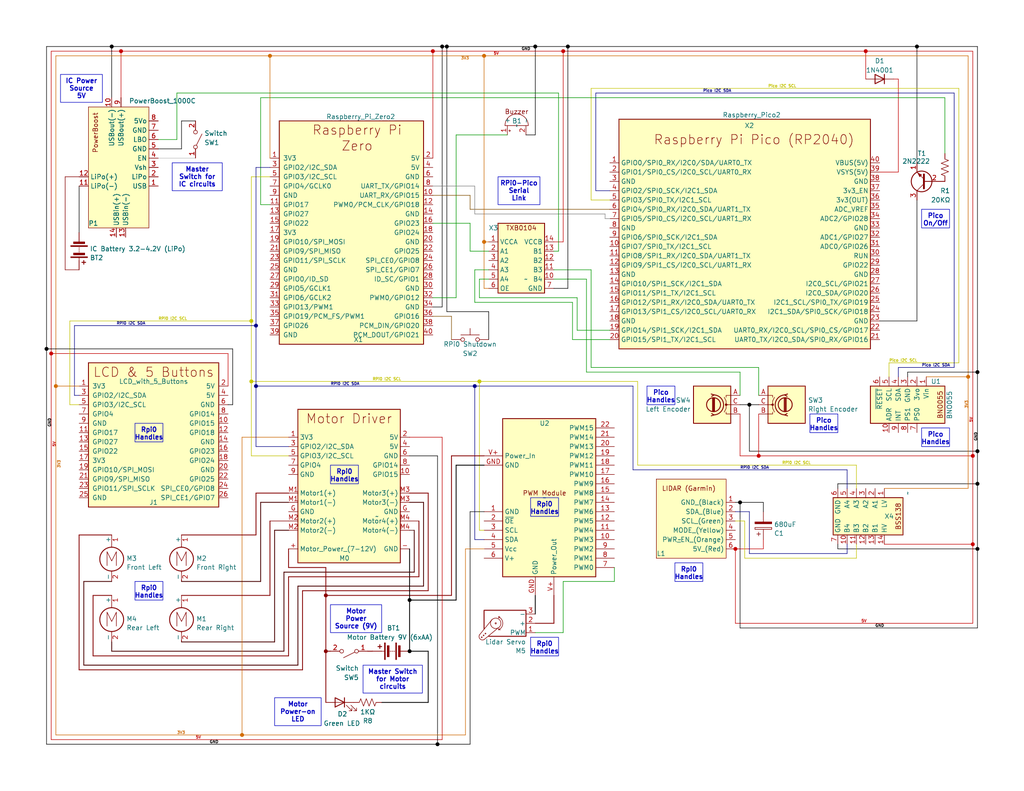
<source format=kicad_sch>
(kicad_sch (version 20230121) (generator eeschema)
  (paper "A")
  (title_block (title "CARRTv3 Schematic") (date "2024-12-26") (company "Igor Mikolic-Torreira"))
  (junction (at 15.24 105.41) (color 204 102 0 1))
  (junction (at 153.67 13.97) (color 194 0 0 1))
  (junction (at 111.76 177.8) (color 0 0 0 1))
  (junction (at 264.16 102.87) (color 204 102 0 1))
  (junction (at 250.19 12.7) (color 0 0 0 1))
  (junction (at 265.43 148.59) (color 194 0 0 1))
  (junction (at 88.9 162.56) (color 132 0 0 1))
  (junction (at 154.94 12.7) (color 0 0 0 1))
  (junction (at 119.38 203.2) (color 0 0 0 1))
  (junction (at 33.02 13.97) (color 194 0 0 1))
  (junction (at 132.08 66.04) (color 204 102 0 1))
  (junction (at 73.66 15.24) (color 204 102 0 1))
  (junction (at 12.7 95.25) (color 0 0 0 1))
  (junction (at 13.97 96.52) (color 194 0 0 1))
  (junction (at 120.65 12.7) (color 0 0 0 1))
  (junction (at 111.76 163.83) (color 0 0 0 1))
  (junction (at 236.22 13.97) (color 194 0 0 1))
  (junction (at 201.93 137.16) (color 0 0 0 1))
  (junction (at 121.92 12.7) (color 0 0 0 1))
  (junction (at 146.05 12.7) (color 0 0 0 1))
  (junction (at 266.7 101.6) (color 0 0 0 1))
  (junction (at 68.58 87.63) (color 194 194 0 1))
  (junction (at 265.43 124.46) (color 194 0 0 1))
  (junction (at 132.08 15.24) (color 204 102 0 1))
  (junction (at 200.66 149.86) (color 194 0 0 1))
  (junction (at 118.11 13.97) (color 194 0 0 1))
  (junction (at 69.85 88.9) (color 0 0 132 1))
  (junction (at 266.7 132.08) (color 0 0 0 1))
  (junction (at 68.58 104.14) (color 194 194 0 1))
  (junction (at 266.7 149.86) (color 0 0 0 1))
  (junction (at 30.48 12.7) (color 0 0 0 1))
  (junction (at 266.7 123.19) (color 0 0 0 1))
  (junction (at 66.04 200.66) (color 204 102 0 1))
  (junction (at 207.01 124.46) (color 194 0 0 1))
  (junction (at 129.54 105.41) (color 0 0 132 1))
  (junction (at 204.47 110.49) (color 0 0 0 1))
  (junction (at 130.81 104.14) (color 194 194 0 1))
  (junction (at 88.9 177.8) (color 132 0 0 1))
  (junction (at 69.85 105.41) (color 0 0 132 1))
  (wire (pts (xy 90.17 177.8) (xy 88.9 177.8)) (stroke (width 0.2286) (color 132 0 0 1)))
  (wire (pts (xy 22.86 158.75) (xy 30.48 158.75)) (stroke (width 0.2286) (color 72 0 0 1)))
  (wire (pts (xy 129.54 58.42) (xy 129.54 50.8)) (stroke (width 0) (color 132 132 132 1)))
  (wire (pts (xy 228.6 133.35) (xy 228.6 132.08)) (stroke (width 0) (color 0 0 0 1)))
  (wire (pts (xy 68.58 104.14) (xy 130.81 104.14)) (stroke (width 0) (color 194 194 0 1)))
  (wire (pts (xy 157.48 90.17) (xy 166.37 90.17)))
  (wire (pts (xy 66.04 119.38) (xy 66.04 200.66)) (stroke (width 0) (color 204 102 0 1)))
  (wire (pts (xy 116.84 177.8) (xy 111.76 177.8)) (stroke (width 0.2286) (color 0 0 0 1)))
  (wire (pts (xy 247.65 101.6) (xy 266.7 101.6)) (stroke (width 0) (color 0 0 0 1)))
  (wire (pts (xy 33.02 26.67) (xy 33.02 13.97)) (stroke (width 0) (color 194 0 0 1)))
  (wire (pts (xy 200.66 139.7) (xy 204.47 139.7)) (stroke (width 0) (color 0 0 132 1)))
  (wire (pts (xy 128.27 68.58) (xy 128.27 60.96)))
  (wire (pts (xy 201.93 101.6) (xy 201.93 107.95)))
  (wire (pts (xy 245.11 46.99) (xy 245.11 21.59)) (stroke (width 0) (color 194 0 0 1)))
  (wire (pts (xy 151.13 78.74) (xy 154.94 78.74)) (stroke (width 0) (color 0 0 0 1)))
  (wire (pts (xy 151.13 68.58) (xy 152.4 68.58)))
  (wire (pts (xy 78.74 179.07) (xy 25.4 179.07)) (stroke (width 0.2286) (color 132 0 0 1)))
  (wire (pts (xy 207.01 124.46) (xy 201.93 124.46)) (stroke (width 0) (color 194 0 0 1)))
  (wire (pts (xy 116.84 134.62) (xy 116.84 161.29)) (stroke (width 0.2286) (color 132 0 0 1)))
  (wire (pts (xy 62.23 110.49) (xy 63.5 110.49)) (stroke (width 0) (color 0 0 0 1)))
  (wire (pts (xy 69.85 45.72) (xy 69.85 88.9)) (stroke (width 0) (color 0 0 132 1)))
  (wire (pts (xy 261.62 24.13) (xy 261.62 99.06)) (stroke (width 0) (color 194 194 0 1)))
  (wire (pts (xy 81.28 160.02) (xy 81.28 181.61)) (stroke (width 0.2286) (color 72 0 0 1)))
  (wire (pts (xy 73.66 15.24) (xy 132.08 15.24)) (stroke (width 0) (color 204 102 0 1)))
  (wire (pts (xy 173.99 127) (xy 233.68 127)) (stroke (width 0) (color 194 194 0 1)))
  (wire (pts (xy 132.08 15.24) (xy 132.08 66.04)) (stroke (width 0) (color 204 102 0 1)))
  (wire (pts (xy 133.35 78.74) (xy 132.08 78.74)) (stroke (width 0) (color 204 102 0 1)))
  (wire (pts (xy 167.64 158.75) (xy 167.64 154.94)))
  (wire (pts (xy 25.4 162.56) (xy 30.48 162.56)) (stroke (width 0.2286) (color 132 0 0 1)))
  (wire (pts (xy 111.76 163.83) (xy 111.76 177.8)) (stroke (width 0.2286) (color 0 0 0 1)))
  (wire (pts (xy 118.11 13.97) (xy 153.67 13.97)) (stroke (width 0) (color 194 0 0 1)))
  (wire (pts (xy 200.66 137.16) (xy 201.93 137.16)) (stroke (width 0) (color 0 0 0 1)))
  (wire (pts (xy 132.08 147.32) (xy 129.54 147.32)) (stroke (width 0) (color 0 0 132 1)))
  (wire (pts (xy 74.93 144.78) (xy 74.93 175.26)) (stroke (width 0.2286) (color 72 0 0 1)))
  (wire (pts (xy 265.43 124.46) (xy 265.43 13.97)) (stroke (width 0) (color 194 0 0 1)))
  (wire (pts (xy 111.76 142.24) (xy 114.3 142.24)) (stroke (width 0) (color 132 0 0 1)))
  (wire (pts (xy 231.14 133.35) (xy 231.14 128.27)) (stroke (width 0) (color 0 0 132 1)))
  (wire (pts (xy 88.9 162.56) (xy 88.9 177.8)) (stroke (width 0.2286) (color 132 0 0 1)))
  (wire (pts (xy 132.08 139.7) (xy 128.27 139.7)) (stroke (width 0) (color 0 0 0 1)))
  (wire (pts (xy 48.26 25.4) (xy 152.4 25.4)))
  (wire (pts (xy 203.2 142.24) (xy 203.2 152.4)) (stroke (width 0) (color 194 194 0 1)))
  (wire (pts (xy 129.54 82.55) (xy 156.21 82.55)))
  (wire (pts (xy 69.85 105.41) (xy 129.54 105.41)) (stroke (width 0) (color 0 0 132 1)))
  (wire (pts (xy 228.6 148.59) (xy 228.6 149.86)) (stroke (width 0) (color 0 0 0 1)))
  (wire (pts (xy 77.47 156.21) (xy 77.47 177.8)) (stroke (width 0.2286) (color 72 0 0 1)))
  (wire (pts (xy 208.28 139.7) (xy 208.28 137.16)) (stroke (width 0) (color 0 0 0 1)))
  (wire (pts (xy 127 149.86) (xy 127 200.66)) (stroke (width 0) (color 204 102 0 1)))
  (wire (pts (xy 123.19 86.36) (xy 123.19 92.71)) (stroke (width 0) (color 128 77 0 1)))
  (wire (pts (xy 33.02 13.97) (xy 118.11 13.97)) (stroke (width 0) (color 194 0 0 1)))
  (wire (pts (xy 43.18 43.18) (xy 53.34 43.18)) (stroke (width 0) (color 194 194 194 1)))
  (wire (pts (xy 133.35 66.04) (xy 132.08 66.04)) (stroke (width 0) (color 204 102 0 1)))
  (wire (pts (xy 71.12 137.16) (xy 71.12 158.75)) (stroke (width 0.2286) (color 72 0 0 1)))
  (wire (pts (xy 228.6 132.08) (xy 266.7 132.08)) (stroke (width 0) (color 0 0 0 1)))
  (wire (pts (xy 146.05 172.72) (xy 153.67 172.72)))
  (wire (pts (xy 15.24 105.41) (xy 15.24 200.66)) (stroke (width 0) (color 204 102 0 1)))
  (wire (pts (xy 172.72 128.27) (xy 172.72 105.41)) (stroke (width 0) (color 0 0 132 1)))
  (wire (pts (xy 151.13 73.66) (xy 161.29 73.66)))
  (wire (pts (xy 264.16 15.24) (xy 264.16 102.87)) (stroke (width 0) (color 204 102 0 1)))
  (wire (pts (xy 49.53 162.56) (xy 73.66 162.56)) (stroke (width 0.2286) (color 132 0 0 1)))
  (wire (pts (xy 124.46 36.83) (xy 138.43 36.83)))
  (wire (pts (xy 236.22 13.97) (xy 265.43 13.97)) (stroke (width 0) (color 194 0 0 1)))
  (wire (pts (xy 113.03 144.78) (xy 113.03 156.21)) (stroke (width 0.2286) (color 72 0 0 1)))
  (wire (pts (xy 15.24 105.41) (xy 15.24 15.24)) (stroke (width 0) (color 204 102 0 1)))
  (wire (pts (xy 146.05 170.18) (xy 151.13 170.18)) (stroke (width 0.2286) (color 132 0 0 1)))
  (wire (pts (xy 146.05 162.56) (xy 146.05 167.64)) (stroke (width 0.2286) (color 0 0 0 1)))
  (wire (pts (xy 124.46 163.83) (xy 111.76 163.83)) (stroke (width 0.2286) (color 0 0 0 1)))
  (wire (pts (xy 78.74 119.38) (xy 66.04 119.38)) (stroke (width 0) (color 204 102 0 1)))
  (wire (pts (xy 78.74 154.94) (xy 78.74 149.86)) (stroke (width 0.2286) (color 132 0 0 1)))
  (wire (pts (xy 265.43 124.46) (xy 265.43 148.59)) (stroke (width 0) (color 194 0 0 1)))
  (wire (pts (xy 250.19 12.7) (xy 250.19 44.45)) (stroke (width 0) (color 0 0 0 1)))
  (wire (pts (xy 78.74 144.78) (xy 74.93 144.78)) (stroke (width 0.2286) (color 72 0 0 1)))
  (wire (pts (xy 266.7 101.6) (xy 266.7 123.19)) (stroke (width 0) (color 0 0 0 1)))
  (wire (pts (xy 66.04 200.66) (xy 15.24 200.66)) (stroke (width 0) (color 204 102 0 1)))
  (wire (pts (xy 173.99 127) (xy 173.99 104.14)) (stroke (width 0) (color 194 194 0 1)))
  (wire (pts (xy 73.66 45.72) (xy 69.85 45.72)) (stroke (width 0) (color 0 0 132 1)))
  (wire (pts (xy 120.65 119.38) (xy 120.65 201.93)) (stroke (width 0) (color 194 0 0 1)))
  (wire (pts (xy 128.27 68.58) (xy 133.35 68.58)))
  (wire (pts (xy 266.7 149.86) (xy 266.7 171.45)) (stroke (width 0) (color 0 0 0 1)))
  (wire (pts (xy 71.12 26.67) (xy 257.81 26.67)))
  (wire (pts (xy 118.11 81.28) (xy 124.46 81.28)))
  (wire (pts (xy 111.76 124.46) (xy 119.38 124.46)) (stroke (width 0) (color 0 0 0 1)))
  (wire (pts (xy 240.03 46.99) (xy 245.11 46.99)) (stroke (width 0) (color 194 0 0 1)))
  (wire (pts (xy 128.27 57.15) (xy 128.27 53.34)) (stroke (width 0) (color 128 77 0 1)))
  (wire (pts (xy 166.37 52.07) (xy 162.56 52.07)) (stroke (width 0) (color 0 0 132 1)))
  (wire (pts (xy 118.11 83.82) (xy 120.65 83.82)) (stroke (width 0) (color 0 0 0 1)))
  (wire (pts (xy 132.08 127) (xy 124.46 127)) (stroke (width 0.2286) (color 0 0 0 1)))
  (wire (pts (xy 120.65 83.82) (xy 120.65 12.7)) (stroke (width 0) (color 0 0 0 1)))
  (wire (pts (xy 68.58 87.63) (xy 19.05 87.63)) (stroke (width 0) (color 194 194 0 1)))
  (wire (pts (xy 20.32 107.95) (xy 21.59 107.95)) (stroke (width 0) (color 0 0 132 1)))
  (wire (pts (xy 153.67 158.75) (xy 167.64 158.75)))
  (wire (pts (xy 116.84 161.29) (xy 82.55 161.29)) (stroke (width 0.2286) (color 132 0 0 1)))
  (wire (pts (xy 165.1 59.69) (xy 166.37 59.69)) (stroke (width 0) (color 132 132 132 1)))
  (wire (pts (xy 17.78 48.26) (xy 21.59 48.26)) (stroke (width 0) (color 132 0 0 1)))
  (wire (pts (xy 81.28 181.61) (xy 22.86 181.61)) (stroke (width 0.2286) (color 72 0 0 1)))
  (wire (pts (xy 123.19 86.36) (xy 118.11 86.36)) (stroke (width 0) (color 128 77 0 1)))
  (wire (pts (xy 73.66 142.24) (xy 78.74 142.24)) (stroke (width 0) (color 132 0 0 1)))
  (wire (pts (xy 111.76 149.86) (xy 111.76 163.83)) (stroke (width 0.2286) (color 0 0 0 1)))
  (wire (pts (xy 71.12 158.75) (xy 49.53 158.75)) (stroke (width 0.2286) (color 72 0 0 1)))
  (wire (pts (xy 257.81 26.67) (xy 257.81 41.91)))
  (wire (pts (xy 30.48 177.8) (xy 30.48 175.26)) (stroke (width 0.2286) (color 72 0 0 1)))
  (wire (pts (xy 20.32 88.9) (xy 69.85 88.9)) (stroke (width 0) (color 0 0 132 1)))
  (wire (pts (xy 146.05 12.7) (xy 154.94 12.7)) (stroke (width 0) (color 0 0 0 1)))
  (wire (pts (xy 69.85 105.41) (xy 69.85 121.92)) (stroke (width 0) (color 0 0 132 1)))
  (wire (pts (xy 121.92 85.09) (xy 121.92 12.7)) (stroke (width 0) (color 0 0 0 1)))
  (wire (pts (xy 204.47 139.7) (xy 204.47 151.13)) (stroke (width 0) (color 0 0 132 1)))
  (wire (pts (xy 161.29 100.33) (xy 207.01 100.33)))
  (wire (pts (xy 130.81 144.78) (xy 130.81 104.14)) (stroke (width 0) (color 194 194 0 1)))
  (wire (pts (xy 25.4 179.07) (xy 25.4 162.56)) (stroke (width 0.2286) (color 132 0 0 1)))
  (wire (pts (xy 74.93 175.26) (xy 49.53 175.26)) (stroke (width 0.2286) (color 72 0 0 1)))
  (wire (pts (xy 69.85 88.9) (xy 69.85 105.41)) (stroke (width 0) (color 0 0 132 1)))
  (wire (pts (xy 21.59 105.41) (xy 15.24 105.41)) (stroke (width 0) (color 204 102 0 1)))
  (wire (pts (xy 69.85 146.05) (xy 69.85 134.62)) (stroke (width 0.2286) (color 132 0 0 1)))
  (wire (pts (xy 49.53 40.64) (xy 49.53 33.02)) (stroke (width 0) (color 0 0 0 1)))
  (wire (pts (xy 165.1 58.42) (xy 165.1 59.69)) (stroke (width 0) (color 132 132 132 1)))
  (wire (pts (xy 132.08 15.24) (xy 264.16 15.24)) (stroke (width 0) (color 204 102 0 1)))
  (wire (pts (xy 200.66 142.24) (xy 203.2 142.24)) (stroke (width 0) (color 194 194 0 1)))
  (wire (pts (xy 73.66 48.26) (xy 68.58 48.26)) (stroke (width 0) (color 194 194 0 1)))
  (wire (pts (xy 233.68 148.59) (xy 233.68 152.4)) (stroke (width 0) (color 194 194 0 1)))
  (wire (pts (xy 69.85 134.62) (xy 78.74 134.62)) (stroke (width 0.2286) (color 132 0 0 1)))
  (wire (pts (xy 154.94 12.7) (xy 250.19 12.7)) (stroke (width 0) (color 0 0 0 1)))
  (wire (pts (xy 152.4 68.58) (xy 152.4 25.4)))
  (wire (pts (xy 204.47 151.13) (xy 231.14 151.13)) (stroke (width 0) (color 0 0 132 1)))
  (wire (pts (xy 266.7 123.19) (xy 266.7 132.08)) (stroke (width 0) (color 0 0 0 1)))
  (wire (pts (xy 104.14 191.77) (xy 116.84 191.77)) (stroke (width 0.2286) (color 0 0 0 1)))
  (wire (pts (xy 123.19 124.46) (xy 132.08 124.46)) (stroke (width 0.2286) (color 132 0 0 1)))
  (wire (pts (xy 245.11 21.59) (xy 243.84 21.59)) (stroke (width 0) (color 194 0 0 1)))
  (wire (pts (xy 162.56 25.4) (xy 260.35 25.4)) (stroke (width 0) (color 0 0 132 1)))
  (wire (pts (xy 21.59 182.88) (xy 21.59 146.05)) (stroke (width 0.2286) (color 132 0 0 1)))
  (wire (pts (xy 204.47 110.49) (xy 204.47 123.19)) (stroke (width 0) (color 0 0 0 1)))
  (wire (pts (xy 204.47 110.49) (xy 207.01 110.49)) (stroke (width 0) (color 0 0 0 1)))
  (wire (pts (xy 111.76 119.38) (xy 120.65 119.38)) (stroke (width 0) (color 194 0 0 1)))
  (wire (pts (xy 73.66 15.24) (xy 73.66 43.18)) (stroke (width 0) (color 204 102 0 1)))
  (wire (pts (xy 71.12 26.67) (xy 71.12 55.88)))
  (wire (pts (xy 201.93 113.03) (xy 201.93 124.46)) (stroke (width 0) (color 194 0 0 1)))
  (wire (pts (xy 118.11 60.96) (xy 128.27 60.96)))
  (wire (pts (xy 115.57 160.02) (xy 81.28 160.02)) (stroke (width 0.2286) (color 72 0 0 1)))
  (wire (pts (xy 129.54 73.66) (xy 129.54 82.55)))
  (wire (pts (xy 172.72 105.41) (xy 129.54 105.41)) (stroke (width 0) (color 0 0 132 1)))
  (wire (pts (xy 143.51 36.83) (xy 146.05 36.83)) (stroke (width 0) (color 0 0 0 1)))
  (wire (pts (xy 123.19 162.56) (xy 88.9 162.56)) (stroke (width 0.2286) (color 132 0 0 1)))
  (wire (pts (xy 172.72 128.27) (xy 231.14 128.27)) (stroke (width 0) (color 0 0 132 1)))
  (wire (pts (xy 247.65 102.87) (xy 247.65 101.6)) (stroke (width 0) (color 0 0 0 1)))
  (wire (pts (xy 124.46 127) (xy 124.46 163.83)) (stroke (width 0.2286) (color 0 0 0 1)))
  (wire (pts (xy 208.28 137.16) (xy 201.93 137.16)) (stroke (width 0) (color 0 0 0 1)))
  (wire (pts (xy 13.97 96.52) (xy 13.97 201.93)) (stroke (width 0) (color 194 0 0 1)))
  (wire (pts (xy 241.3 133.35) (xy 264.16 133.35)) (stroke (width 0) (color 204 102 0 1)))
  (wire (pts (xy 119.38 124.46) (xy 119.38 203.2)) (stroke (width 0) (color 0 0 0 1)))
  (wire (pts (xy 156.21 92.71) (xy 166.37 92.71)))
  (wire (pts (xy 118.11 53.34) (xy 128.27 53.34)) (stroke (width 0) (color 128 77 0 1)))
  (wire (pts (xy 160.02 101.6) (xy 201.93 101.6)))
  (wire (pts (xy 154.94 12.7) (xy 154.94 78.74)) (stroke (width 0) (color 0 0 0 1)))
  (wire (pts (xy 233.68 133.35) (xy 233.68 127)) (stroke (width 0) (color 194 194 0 1)))
  (wire (pts (xy 266.7 12.7) (xy 250.19 12.7)) (stroke (width 0) (color 0 0 0 1)))
  (wire (pts (xy 77.47 177.8) (xy 30.48 177.8)) (stroke (width 0.2286) (color 72 0 0 1)))
  (wire (pts (xy 241.3 148.59) (xy 265.43 148.59)) (stroke (width 0) (color 194 0 0 1)))
  (wire (pts (xy 201.93 171.45) (xy 266.7 171.45)) (stroke (width 0) (color 0 0 0 1)))
  (wire (pts (xy 43.18 40.64) (xy 49.53 40.64)) (stroke (width 0) (color 0 0 0 1)))
  (wire (pts (xy 118.11 50.8) (xy 129.54 50.8)) (stroke (width 0) (color 132 132 132 1)))
  (wire (pts (xy 208.28 149.86) (xy 200.66 149.86)) (stroke (width 0) (color 194 0 0 1)))
  (wire (pts (xy 100.33 177.8) (xy 101.6 177.8)) (stroke (width 0.2286) (color 132 0 0 1)))
  (wire (pts (xy 82.55 161.29) (xy 82.55 182.88)) (stroke (width 0.2286) (color 132 0 0 1)))
  (wire (pts (xy 21.59 50.8) (xy 21.59 63.5)) (stroke (width 0) (color 0 0 0 1)))
  (wire (pts (xy 264.16 102.87) (xy 264.16 133.35)) (stroke (width 0) (color 204 102 0 1)))
  (wire (pts (xy 153.67 172.72) (xy 153.67 158.75)))
  (wire (pts (xy 30.48 12.7) (xy 120.65 12.7)) (stroke (width 0) (color 0 0 0 1)))
  (wire (pts (xy 161.29 73.66) (xy 161.29 100.33)))
  (wire (pts (xy 68.58 124.46) (xy 78.74 124.46)) (stroke (width 0) (color 194 194 0 1)))
  (wire (pts (xy 157.48 81.28) (xy 157.48 90.17)))
  (wire (pts (xy 12.7 203.2) (xy 119.38 203.2)) (stroke (width 0) (color 0 0 0 1)))
  (wire (pts (xy 153.67 13.97) (xy 153.67 66.04)) (stroke (width 0) (color 194 0 0 1)))
  (wire (pts (xy 124.46 81.28) (xy 124.46 36.83)))
  (wire (pts (xy 68.58 48.26) (xy 68.58 87.63)) (stroke (width 0) (color 194 194 0 1)))
  (wire (pts (xy 133.35 85.09) (xy 121.92 85.09)) (stroke (width 0) (color 0 0 0 1)))
  (wire (pts (xy 203.2 152.4) (xy 233.68 152.4)) (stroke (width 0) (color 194 194 0 1)))
  (wire (pts (xy 252.73 102.87) (xy 264.16 102.87)) (stroke (width 0) (color 204 102 0 1)))
  (wire (pts (xy 133.35 73.66) (xy 129.54 73.66)))
  (wire (pts (xy 151.13 66.04) (xy 153.67 66.04)) (stroke (width 0) (color 194 0 0 1)))
  (wire (pts (xy 146.05 36.83) (xy 146.05 12.7)) (stroke (width 0) (color 0 0 0 1)))
  (wire (pts (xy 62.23 105.41) (xy 62.23 96.52)) (stroke (width 0) (color 194 0 0 1)))
  (wire (pts (xy 161.29 24.13) (xy 261.62 24.13)) (stroke (width 0) (color 194 194 0 1)))
  (wire (pts (xy 73.66 55.88) (xy 71.12 55.88)))
  (wire (pts (xy 160.02 76.2) (xy 160.02 101.6)))
  (wire (pts (xy 151.13 76.2) (xy 160.02 76.2)))
  (wire (pts (xy 120.65 12.7) (xy 121.92 12.7)) (stroke (width 0) (color 0 0 0 1)))
  (wire (pts (xy 266.7 12.7) (xy 266.7 101.6)) (stroke (width 0) (color 0 0 0 1)))
  (wire (pts (xy 201.93 137.16) (xy 201.93 171.45)) (stroke (width 0) (color 0 0 0 1)))
  (wire (pts (xy 200.66 170.18) (xy 265.43 170.18)) (stroke (width 0) (color 194 0 0 1)))
  (wire (pts (xy 208.28 147.32) (xy 208.28 149.86)) (stroke (width 0) (color 194 0 0 1)))
  (wire (pts (xy 68.58 124.46) (xy 68.58 104.14)) (stroke (width 0) (color 194 194 0 1)))
  (wire (pts (xy 153.67 13.97) (xy 236.22 13.97)) (stroke (width 0) (color 194 0 0 1)))
  (wire (pts (xy 242.57 102.87) (xy 242.57 99.06)) (stroke (width 0) (color 194 194 0 1)))
  (wire (pts (xy 69.85 121.92) (xy 78.74 121.92)) (stroke (width 0) (color 0 0 132 1)))
  (wire (pts (xy 115.57 137.16) (xy 115.57 160.02)) (stroke (width 0.2286) (color 72 0 0 1)))
  (wire (pts (xy 207.01 100.33) (xy 207.01 107.95)))
  (wire (pts (xy 260.35 100.33) (xy 245.11 100.33)) (stroke (width 0) (color 0 0 132 1)))
  (wire (pts (xy 121.92 12.7) (xy 146.05 12.7)) (stroke (width 0) (color 0 0 0 1)))
  (wire (pts (xy 118.11 13.97) (xy 118.11 43.18)) (stroke (width 0) (color 194 0 0 1)))
  (wire (pts (xy 88.9 154.94) (xy 78.74 154.94)) (stroke (width 0.2286) (color 132 0 0 1)))
  (wire (pts (xy 78.74 137.16) (xy 71.12 137.16)) (stroke (width 0.2286) (color 72 0 0 1)))
  (wire (pts (xy 228.6 149.86) (xy 266.7 149.86)) (stroke (width 0) (color 0 0 0 1)))
  (wire (pts (xy 123.19 124.46) (xy 123.19 162.56)) (stroke (width 0.2286) (color 132 0 0 1)))
  (wire (pts (xy 133.35 85.09) (xy 133.35 92.71)) (stroke (width 0) (color 0 0 0 1)))
  (wire (pts (xy 130.81 81.28) (xy 157.48 81.28)))
  (wire (pts (xy 68.58 87.63) (xy 68.58 104.14)) (stroke (width 0) (color 194 194 0 1)))
  (wire (pts (xy 207.01 124.46) (xy 265.43 124.46)) (stroke (width 0) (color 194 0 0 1)))
  (wire (pts (xy 49.53 146.05) (xy 69.85 146.05)) (stroke (width 0.2286) (color 132 0 0 1)))
  (wire (pts (xy 111.76 137.16) (xy 115.57 137.16)) (stroke (width 0.2286) (color 72 0 0 1)))
  (wire (pts (xy 132.08 144.78) (xy 130.81 144.78)) (stroke (width 0) (color 194 194 0 1)))
  (wire (pts (xy 201.93 110.49) (xy 204.47 110.49)) (stroke (width 0) (color 0 0 0 1)))
  (wire (pts (xy 245.11 100.33) (xy 245.11 102.87)) (stroke (width 0) (color 0 0 132 1)))
  (wire (pts (xy 130.81 104.14) (xy 173.99 104.14)) (stroke (width 0) (color 194 194 0 1)))
  (wire (pts (xy 19.05 87.63) (xy 19.05 110.49)) (stroke (width 0) (color 194 194 0 1)))
  (wire (pts (xy 128.27 57.15) (xy 166.37 57.15)) (stroke (width 0) (color 128 77 0 1)))
  (wire (pts (xy 13.97 13.97) (xy 33.02 13.97)) (stroke (width 0) (color 194 0 0 1)))
  (wire (pts (xy 12.7 95.25) (xy 63.5 95.25)) (stroke (width 0) (color 0 0 0 1)))
  (wire (pts (xy 48.26 38.1) (xy 48.26 25.4)))
  (wire (pts (xy 116.84 177.8) (xy 116.84 191.77)) (stroke (width 0.2286) (color 0 0 0 1)))
  (wire (pts (xy 128.27 139.7) (xy 128.27 203.2)) (stroke (width 0) (color 0 0 0 1)))
  (wire (pts (xy 12.7 12.7) (xy 12.7 95.25)) (stroke (width 0) (color 0 0 0 1)))
  (wire (pts (xy 63.5 110.49) (xy 63.5 95.25)) (stroke (width 0) (color 0 0 0 1)))
  (wire (pts (xy 130.81 76.2) (xy 130.81 81.28)))
  (wire (pts (xy 165.1 58.42) (xy 129.54 58.42)) (stroke (width 0) (color 132 132 132 1)))
  (wire (pts (xy 127 200.66) (xy 66.04 200.66)) (stroke (width 0) (color 204 102 0 1)))
  (wire (pts (xy 236.22 13.97) (xy 236.22 21.59)) (stroke (width 0) (color 194 0 0 1)))
  (wire (pts (xy 161.29 54.61) (xy 161.29 24.13)) (stroke (width 0) (color 194 194 0 1)))
  (wire (pts (xy 162.56 52.07) (xy 162.56 25.4)) (stroke (width 0) (color 0 0 132 1)))
  (wire (pts (xy 266.7 132.08) (xy 266.7 149.86)) (stroke (width 0) (color 0 0 0 1)))
  (wire (pts (xy 13.97 96.52) (xy 62.23 96.52)) (stroke (width 0) (color 194 0 0 1)))
  (wire (pts (xy 12.7 12.7) (xy 30.48 12.7)) (stroke (width 0) (color 0 0 0 1)))
  (wire (pts (xy 73.66 162.56) (xy 73.66 142.24)) (stroke (width 0.2286) (color 132 0 0 1)))
  (wire (pts (xy 88.9 177.8) (xy 88.9 191.77)) (stroke (width 0.2286) (color 132 0 0 1)))
  (wire (pts (xy 200.66 149.86) (xy 200.66 170.18)) (stroke (width 0) (color 194 0 0 1)))
  (wire (pts (xy 132.08 78.74) (xy 132.08 66.04)) (stroke (width 0) (color 204 102 0 1)))
  (wire (pts (xy 13.97 13.97) (xy 13.97 96.52)) (stroke (width 0) (color 194 0 0 1)))
  (wire (pts (xy 265.43 148.59) (xy 265.43 170.18)) (stroke (width 0) (color 194 0 0 1)))
  (wire (pts (xy 156.21 82.55) (xy 156.21 92.71)))
  (wire (pts (xy 21.59 146.05) (xy 30.48 146.05)) (stroke (width 0.2286) (color 132 0 0 1)))
  (wire (pts (xy 129.54 105.41) (xy 129.54 147.32)) (stroke (width 0) (color 0 0 132 1)))
  (wire (pts (xy 120.65 201.93) (xy 13.97 201.93)) (stroke (width 0) (color 194 0 0 1)))
  (wire (pts (xy 127 149.86) (xy 132.08 149.86)) (stroke (width 0) (color 204 102 0 1)))
  (wire (pts (xy 242.57 99.06) (xy 261.62 99.06)) (stroke (width 0) (color 194 194 0 1)))
  (wire (pts (xy 22.86 181.61) (xy 22.86 158.75)) (stroke (width 0.2286) (color 72 0 0 1)))
  (wire (pts (xy 114.3 142.24) (xy 114.3 157.48)) (stroke (width 0.2286) (color 132 0 0 1)))
  (wire (pts (xy 166.37 54.61) (xy 161.29 54.61)) (stroke (width 0) (color 194 194 0 1)))
  (wire (pts (xy 30.48 12.7) (xy 30.48 26.67)) (stroke (width 0) (color 0 0 0 1)))
  (wire (pts (xy 113.03 156.21) (xy 77.47 156.21)) (stroke (width 0.2286) (color 72 0 0 1)))
  (wire (pts (xy 17.78 73.66) (xy 17.78 48.26)) (stroke (width 0) (color 132 0 0 1)))
  (wire (pts (xy 19.05 110.49) (xy 21.59 110.49)) (stroke (width 0) (color 194 194 0 1)))
  (wire (pts (xy 128.27 203.2) (xy 119.38 203.2)) (stroke (width 0) (color 0 0 0 1)))
  (wire (pts (xy 82.55 182.88) (xy 21.59 182.88)) (stroke (width 0.2286) (color 132 0 0 1)))
  (wire (pts (xy 21.59 73.66) (xy 17.78 73.66)) (stroke (width 0) (color 132 0 0 1)))
  (wire (pts (xy 12.7 95.25) (xy 12.7 203.2)) (stroke (width 0) (color 0 0 0 1)))
  (wire (pts (xy 111.76 134.62) (xy 116.84 134.62)) (stroke (width 0.2286) (color 132 0 0 1)))
  (wire (pts (xy 114.3 157.48) (xy 78.74 157.48)) (stroke (width 0.2286) (color 132 0 0 1)))
  (wire (pts (xy 20.32 88.9) (xy 20.32 107.95)) (stroke (width 0) (color 0 0 132 1)))
  (wire (pts (xy 204.47 123.19) (xy 266.7 123.19)) (stroke (width 0) (color 0 0 0 1)))
  (wire (pts (xy 15.24 15.24) (xy 73.66 15.24)) (stroke (width 0) (color 204 102 0 1)))
  (wire (pts (xy 78.74 157.48) (xy 78.74 179.07)) (stroke (width 0.2286) (color 132 0 0 1)))
  (wire (pts (xy 133.35 76.2) (xy 130.81 76.2)))
  (wire (pts (xy 250.19 87.63) (xy 240.03 87.63)) (stroke (width 0) (color 0 0 0 1)))
  (wire (pts (xy 151.13 170.18) (xy 151.13 162.56)) (stroke (width 0.2286) (color 132 0 0 1)))
  (wire (pts (xy 111.76 144.78) (xy 113.03 144.78)) (stroke (width 0) (color 72 0 0 1)))
  (wire (pts (xy 260.35 25.4) (xy 260.35 100.33)) (stroke (width 0) (color 0 0 132 1)))
  (wire (pts (xy 250.19 54.61) (xy 250.19 87.63)) (stroke (width 0) (color 0 0 0 1)))
  (wire (pts (xy 207.01 113.03) (xy 207.01 124.46)) (stroke (width 0) (color 194 0 0 1)))
  (wire (pts (xy 49.53 33.02) (xy 53.34 33.02)) (stroke (width 0) (color 0 0 0 1)))
  (wire (pts (xy 88.9 162.56) (xy 88.9 154.94)) (stroke (width 0.2286) (color 132 0 0 1)))
  (wire (pts (xy 43.18 38.1) (xy 48.26 38.1)))
  (wire (pts (xy 231.14 151.13) (xy 231.14 148.59)) (stroke (width 0) (color 0 0 132 1)))
  (text_box "Rpi0 Handles" (at 144.78 135.89 0) (size 7.62 5.08) (effects (font (size 1.27 1.27) (thickness 0.254) bold) (justify top)))
  (text_box "Rpi0 Handles" (at 36.83 115.57 0) (size 7.62 5.08) (effects (font (size 1.27 1.27) (thickness 0.254) bold) (justify top)))
  (text_box "Pico Handles" (at 220.98 113.03 0) (size 7.62 5.08) (effects (font (size 1.27 1.27) (thickness 0.254) bold) (justify top)))
  (text_box "Rpi0 Handles" (at 90.17 127 0) (size 7.62 5.08) (effects (font (size 1.27 1.27) (thickness 0.254) bold) (justify top)))
  (text_box "Master Switch for Motor circuits" (at 99.06 181.61 0) (size 16.1925 7.62) (effects (font (size 1.27 1.27) (thickness 0.254) bold) (justify top)))
  (text_box "Pico Handles" (at 176.53 105.41 0) (size 7.62 5.08) (effects (font (size 1.27 1.27) (thickness 0.254) bold) (justify top)))
  (text_box "Motor Power-on LED" (at 74.93 190.5 0) (size 12.7 7.62) (effects (font (size 1.27 1.27) (thickness 0.254) bold) (justify top)))
  (text_box "Pico Handles" (at 251.46 116.84 0) (size 7.62 5.08) (effects (font (size 1.27 1.27) (thickness 0.254) bold) (justify top)))
  (text_box "IC Power Source 5V" (at 16.51 20.32 0) (size 11.43 7.62) (effects (font (size 1.27 1.27) (thickness 0.254) bold) (justify top)))
  (text_box "Motor Power Source (9V)" (at 90.17 165.1 0) (size 13.97 7.62) (effects (font (size 1.27 1.27) (thickness 0.254) bold) (justify top)))
  (text_box "Master Switch for IC circuits" (at 46.99 44.45 0) (size 13.6525 7.62) (effects (font (size 1.27 1.27) (thickness 0.254) bold) (justify top)))
  (text_box "Pico On/Off" (at 251.46 57.15 0) (size 7.62 5.08) (effects (font (size 1.27 1.27) (thickness 0.254) bold) (justify top)))
  (text_box "Rpi0 Handles" (at 36.83 158.75 0) (size 7.62 5.08) (effects (font (size 1.27 1.27) (thickness 0.254) bold) (justify top)))
  (text_box "RPi0-Pico Serial Link" (at 135.89 48.26 0) (size 11.43 7.62) (effects (font (size 1.27 1.27) (thickness 0.254) bold) (justify top)))
  (text_box "Rpi0 Handles" (at 144.78 173.99 0) (size 7.62 5.08) (effects (font (size 1.27 1.27) (thickness 0.254) bold) (justify top)))
  (text_box "Rpi0 Handles" (at 184.15 153.67 0) (size 7.62 5.08) (effects (font (size 1.27 1.27) (thickness 0.254) bold) (justify top)))
  (text "5V" (at 234.95 170.18 0) (effects (font (size 0.762 0.762) bold) (justify left bottom)))
  (text "RPi0 I2C SCL" (at 213.36 127 0) (effects (font (size 0.762 0.762) bold) (justify left bottom)))
  (text "GND" (at 238.76 171.45 0) (effects (font (size 0.762 0.762) bold) (justify left bottom)))
  (text "RPi0 I2C SCL" (at 101.6 104.14 0) (effects (font (size 0.762 0.762) bold) (justify left bottom)))
  (text "3V3" (at 16.51 125.73 90) (effects (font (size 0.762 0.762) bold) (justify right bottom)))
  (text "Pico I2C SCL" (at 209.55 24.13 0) (effects (font (size 0.762 0.762) bold) (justify left bottom)))
  (text "3V3" (at 48.26 200.66 0) (effects (font (size 0.762 0.762) bold) (justify left bottom)))
  (text "Pico I2C SDA" (at 191.77 25.4 0) (effects (font (size 0.762 0.762) bold) (justify left bottom)))
  (text "RPi0 I2C SDA" (at 90.17 105.41 0) (effects (font (size 0.762 0.762) bold) (justify left bottom)))
  (text "GND" (at 266.7 120.65 90) (effects (font (size 0.762 0.762) bold) (justify left bottom)))
  (text "GND" (at 57.15 203.2 0) (effects (font (size 0.762 0.762) bold) (justify left bottom)))
  (text "RPi0 I2C SDA" (at 201.93 128.27 0) (effects (font (size 0.762 0.762) bold) (justify left bottom)))
  (text "Pico I2C SDA" (at 251.46 100.33 0) (effects (font (size 0.762 0.762) bold) (justify left bottom)))
  (text "GND" (at 142.24 13.97 0) (effects (font (size 0.762 0.762) bold) (justify left bottom)))
  (text "Pico I2C SCL" (at 242.57 99.06 0) (effects (font (size 0.762 0.762) bold) (justify left bottom)))
  (text "GND" (at 13.97 114.3 90) (effects (font (size 0.762 0.762) bold) (justify right bottom)))
  (text "5V" (at 15.24 120.65 90) (effects (font (size 0.762 0.762) bold) (justify right bottom)))
  (text "5V" (at 134.62 15.24 0) (effects (font (size 0.762 0.762) bold) (justify left bottom)))
  (text "5V" (at 265.43 115.57 90) (effects (font (size 0.762 0.762) bold) (justify left bottom)))
  (text "RPi0 I2C SCL" (at 43.18 87.63 0) (effects (font (size 0.762 0.762) bold) (justify left bottom)))
  (text "RPi0 I2C SDA" (at 31.75 88.9 0) (effects (font (size 0.762 0.762) bold) (justify left bottom)))
  (text "5V" (at 53.34 201.93 0) (effects (font (size 0.762 0.762) bold) (justify left bottom)))
  (text "3V3" (at 125.73 16.51 0) (effects (font (size 0.762 0.762) bold) (justify left bottom)))
  (text "3V3" (at 264.16 111.76 90) (effects (font (size 0.762 0.762) bold) (justify left bottom)))
  (symbol (lib_id "Motor:Motor_DC") (at 30.48 151.13 0) (unit 1)
    (property "Reference" "M3" (at 34.4932 152.4579 0) (effects (justify left)))
    (property "Value" "Front Left" (at 34.4932 154.8821 0) (effects (justify left)))
  )
  (symbol (lib_id "Motor:Motor_DC") (at 30.48 167.64 0) (unit 1)
    (property "Reference" "M4" (at 34.4932 168.9679 0) (effects (justify left)))
    (property "Value" "Rear Left" (at 34.4932 171.3921 0) (effects (justify left)))
  )
  (symbol (lib_id "CARRTv3:BSS138") (at 236.22 140.97 270) (unit 1)
    (property "Reference" "X4" (at 241.3 140.97 90) (effects (justify left)))
    (property "Value" "~" (at 247.65 134.62 0))
  )
  (symbol (lib_id "Transistor_BJT:2N2219") (at 252.73 49.53 180) (unit 1)
    (property "Reference" "T1" (at 252.73 41.91 0) (effects (justify left)))
    (property "Value" "2N2222" (at 253.7713 44.0147 0) (effects (justify left)))
    (property "Footprint" "Package_TO_SOT_THT:TO-39-3" (effects hide))
    (property "Datasheet" "http://www.onsemi.com/pub_link/Collateral/2N2219-D.PDF" (effects hide))
  )
  (symbol (lib_id "Device:Battery") (at 106.68 177.8 90) (unit 1)
    (property "Reference" "BT1" (at 109.22 171.45 90) (effects (justify left)))
    (property "Value" "Motor Battery 9V (6xAA)" (at 118.11 173.99 90) (effects (justify left)))
  )
  (symbol (lib_id "Device:R_US") (at 257.81 45.72 0) (unit 1)
    (property "Reference" "R1" (at 256.54 52.07 0) (effects (justify left)))
    (property "Value" "20KΩ" (at 254 54.61 0) (effects (justify left)))
  )
  (symbol (lib_id "Device:RotaryEncoder") (at 194.31 110.49 0) (mirror y) (unit 1)
    (property "Reference" "SW4" (at 188.468 109.2779 0) (effects (justify left)))
    (property "Value" "Left Encoder" (at 188.468 111.7021 0) (effects (justify left)))
  )
  (symbol (lib_id "Device:R_US") (at 100.33 191.77 90) (unit 1)
    (property "Reference" "R8" (at 100.33 196.8033 90))
    (property "Value" "1KΩ" (at 100.33 194.3791 90))
  )
  (symbol (lib_id "CARRTv3:PowerBoost_1000C") (at 12.065 46.355 90) (unit 1)
    (property "Reference" "P1" (at 24.13 60.96 90) (effects (justify right)))
    (property "Value" "PowerBoost_1000C" (at 35.2141 27.5407 90) (effects (justify right)))
  )
  (symbol (lib_id "Switch:SW_SPST") (at 53.34 38.1 270) (mirror x) (unit 1)
    (property "Reference" "SW1" (at 55.753 38.9347 90) (effects (justify left)))
    (property "Value" "Switch" (at 55.753 36.3978 90) (effects (justify left)))
  )
  (symbol (lib_id "Switch:SW_SPST") (at 95.25 177.8 180) (unit 1)
    (property "Reference" "SW5" (at 97.917 184.9847 0) (effects (justify left)))
    (property "Value" "Switch" (at 97.917 182.4478 0) (effects (justify left)))
  )
  (symbol (lib_id "Diode:1N4001") (at 240.03 21.59 0) (mirror y) (unit 1)
    (property "Reference" "D1" (at 240.03 16.6202 0))
    (property "Value" "1N4001" (at 240.03 19.1571 0))
    (property "Footprint" "Diode_THT:D_DO-41_SOD81_P10.16mm_Horizontal" (effects hide))
    (property "Datasheet" "http://www.vishay.com/docs/88503/1n4001.pdf" (effects hide))
    (property "Sim.Device" "D" (effects hide))
    (property "Sim.Pins" "1=K 2=A" (effects hide))
  )
  (symbol (lib_id "Switch:SW_Push") (at 128.27 92.71 0) (mirror y) (unit 1)
    (property "Reference" "SW2" (at 128.27 96.52 0))
    (property "Value" "RPi0 Shutdown" (at 128.27 93.98 0))
  )
  (symbol (lib_id "CARRTv3:Raspberry_Pi_Zero2") (at 100.33 64.77 0) (unit 1)
    (property "Reference" "X1" (at 97.79 92.71 0))
    (property "Value" "Raspberry_Pi_Zero2" (at 98.425 31.8571 0))
    (property "Datasheet" "https://www.raspberrypi.org/documentation/hardware/raspberrypi/schematics/rpi_SCH_3bplus_1p0_reduced.pdf" (effects hide))
  )
  (symbol (lib_id "Device:RotaryEncoder") (at 214.63 110.49 0) (unit 1)
    (property "Reference" "SW3" (at 220.472 109.2779 0) (effects (justify left)))
    (property "Value" "Right Encoder" (at 220.472 111.7021 0) (effects (justify left)))
  )
  (symbol (lib_id "CARRTv3:TXB0104") (at 143.51 76.2 0) (unit 1)
    (property "Reference" "X3" (at 134.62 62.23 0))
    (property "Value" "~" (at 143.51 76.2 0))
  )
  (symbol (lib_id "CARRTv3:Buzzer") (at 140.97 34.29 0) (unit 1)
    (property "Reference" "B1" (at 139.7 33.02 0) (effects (justify left)))
    (property "Value" "~" (at 140.97 34.29 90))
  )
  (symbol (lib_id "CARRTv3:Motor_Bonnet") (at 102.87 140.97 0) (unit 1)
    (property "Reference" "M0" (at 93.98 152.4 0))
    (property "Value" "~" (at 102.87 140.97 0))
  )
  (symbol (lib_id "Device:LED") (at 92.71 191.77 0) (mirror y) (unit 1)
    (property "Reference" "D2" (at 92.075 194.945 0) (effects (justify right)))
    (property "Value" "Green LED" (at 88.265 197.485 0) (effects (justify right)))
  )
  (symbol (lib_id "Device:Battery") (at 21.59 68.58 0) (mirror x) (unit 1)
    (property "Reference" "BT2" (at 24.511 70.3636 0) (effects (justify left)))
    (property "Value" "IC Battery 3.2-4.2V (LiPo)" (at 24.511 67.9394 0) (effects (justify left)))
  )
  (symbol (lib_id "CARRTv3:LIDAR") (at 185.42 147.32 0) (mirror y) (unit 1)
    (property "Reference" "L1" (at 181.61 151.13 0) (effects (justify left)))
    (property "Value" "~" (at 185.42 147.32 0))
  )
  (symbol (lib_id "CARRTv3:Raspberry_Pico2") (at 196.85 87.63 0) (unit 1)
    (property "Reference" "X2" (at 204.47 34.29 0))
    (property "Value" "Raspberry_Pico2" (at 205.095 31.3871 0))
  )
  (symbol (lib_id "Motor:Motor_DC") (at 49.53 151.13 0) (unit 1)
    (property "Reference" "M2" (at 53.5432 152.4579 0) (effects (justify left)))
    (property "Value" "Front Right" (at 53.5432 154.8821 0) (effects (justify left)))
  )
  (symbol (lib_id "CARRTv3:PWM Module") (at 148.59 135.89 0) (unit 1)
    (property "Reference" "U2" (at 148.59 115.57 0))
    (property "Value" "~" (at 148.59 135.89 0))
  )
  (symbol (lib_id "CARRTv3:LCD_with_5_Buttons") (at 48.26 130.81 0) (unit 1)
    (property "Reference" "J1" (at 41.91 137.16 0))
    (property "Value" "LCD_with_5_Buttons" (at 41.91 104.14 0))
  )
  (symbol (lib_id "Device:C_Polarized") (at 208.28 143.51 0) (mirror x) (unit 1)
    (property "Reference" "C1" (at 211.201 145.6111 0) (effects (justify left)))
    (property "Value" "680uF" (at 211.201 143.1869 0) (effects (justify left)))
  )
  (symbol (lib_id "Motor:Motor_DC") (at 49.53 167.64 0) (unit 1)
    (property "Reference" "M1" (at 53.5432 168.9679 0) (effects (justify left)))
    (property "Value" "Rear Right" (at 53.5432 171.3921 0) (effects (justify left)))
  )
  (symbol (lib_id "Motor:Motor_Servo") (at 138.43 170.18 180) (unit 1)
    (property "Reference" "M5" (at 143.51 177.6842 0) (effects (justify left)))
    (property "Value" "Lidar Servo" (at 143.51 175.26 0) (effects (justify left)))
    (property "Datasheet" "http://forums.parallax.com/uploads/attachments/46831/74481.png" (effects hide))
  )
  (symbol (lib_id "CARRTv3:BNO055") (at 242.57 118.11 270) (unit 1)
    (property "Reference" "U1" (at 254 104.14 90) (effects (justify left)))
    (property "Value" "BNO055" (at 259.08 106.68 0) (effects (justify left)))
    (property "Datasheet" "https://learn.adafruit.com/adafruit-bno055-absolute-orientation-sensor/overview?view=all&gad_source=1&gclid=CjwKCAiAmrS7BhBJEiwAei59i8gl182D1DF70_ziGnSMbxZDbQ41qCziEDYElHP8fNffMmwEvlWr0BoCYrsQAvD_BwE#pinouts" (effects hide))
  )
)
</source>
